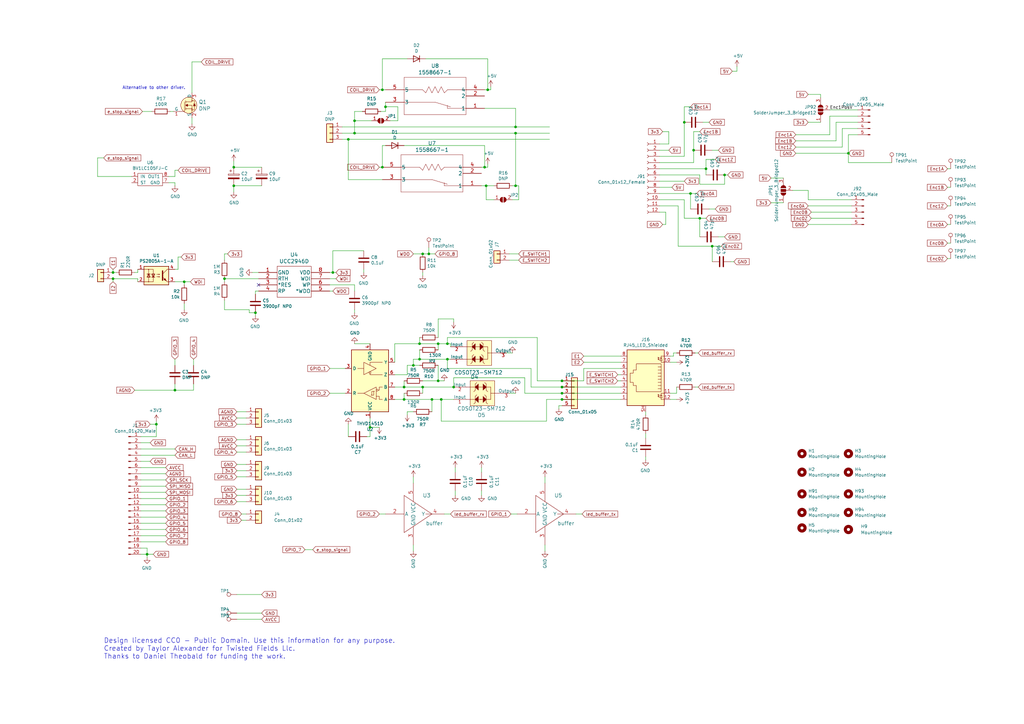
<source format=kicad_sch>
(kicad_sch (version 20210621) (generator eeschema)
  (paper "A3")
  (junction (at 75.565 115.57))
  (junction (at 172.085 140.97))
  (junction (at 151.765 175.26))
  (junction (at 284.48 61.595))
  (junction (at 156.845 36.83))
  (junction (at 186.055 158.75))
  (junction (at 177.165 163.83))
  (junction (at 173.355 104.14))
  (junction (at 95.885 76.2))
  (junction (at 280.67 50.165))
  (junction (at 145.415 49.53))
  (junction (at 60.325 227.33))
  (junction (at 71.755 160.02))
  (junction (at 104.775 128.27))
  (junction (at 230.505 158.75))
  (junction (at 175.895 104.14))
  (junction (at 64.135 173.99))
  (junction (at 145.415 54.61))
  (junction (at 46.355 111.76))
  (junction (at 180.975 163.83))
  (junction (at 156.845 68.58))
  (junction (at 173.355 158.75))
  (junction (at 289.56 69.215))
  (junction (at 211.455 54.61))
  (junction (at 347.98 62.865))
  (junction (at 183.515 140.97))
  (junction (at 230.505 161.29))
  (junction (at 46.355 114.3))
  (junction (at 95.885 68.58))
  (junction (at 287.02 89.535))
  (junction (at 297.18 71.755))
  (junction (at 292.1 100.965))
  (junction (at 199.39 76.2))
  (junction (at 136.525 111.76))
  (junction (at 200.025 36.83))
  (junction (at 158.115 43.815))
  (junction (at 169.545 149.86))
  (junction (at 165.735 158.75))
  (junction (at 92.075 114.3))
  (junction (at 179.705 156.21))
  (junction (at 165.735 163.83))
  (junction (at 211.455 76.2))
  (junction (at 230.505 156.21))
  (junction (at 183.515 147.32))
  (junction (at 211.455 52.07))
  (junction (at 198.755 68.58))
  (junction (at 230.505 163.83))
  (junction (at 142.875 57.15))
  (junction (at 179.705 140.97))
  (junction (at 172.085 147.32))
  (junction (at 283.21 79.375))
  (no_connect (at 106.045 116.84))
  (wire (pts (xy 57.785 219.71) (xy 67.945 219.71)))
  (wire (pts (xy 71.755 74.93) (xy 71.755 76.2)))
  (wire (pts (xy 223.52 195.58) (xy 223.52 198.12)))
  (wire (pts (xy 169.545 223.52) (xy 169.545 226.06)))
  (wire (pts (xy 57.785 209.55) (xy 67.945 209.55)))
  (wire (pts (xy 180.975 163.83) (xy 186.055 163.83)))
  (wire (pts (xy 200.025 67.31) (xy 200.025 68.58)))
  (wire (pts (xy 183.515 151.13) (xy 217.805 151.13)))
  (wire (pts (xy 172.085 147.32) (xy 183.515 147.32)))
  (wire (pts (xy 71.755 157.48) (xy 71.755 160.02)))
  (wire (pts (xy 71.755 147.32) (xy 71.755 149.86)))
  (wire (pts (xy 220.345 138.43) (xy 220.345 156.21)))
  (wire (pts (xy 340.36 47.625) (xy 351.79 47.625)))
  (wire (pts (xy 92.075 104.14) (xy 92.075 106.68)))
  (wire (pts (xy 200.025 36.83) (xy 198.755 36.83)))
  (wire (pts (xy 172.085 140.97) (xy 179.705 140.97)))
  (wire (pts (xy 230.505 161.29) (xy 254.635 161.29)))
  (wire (pts (xy 239.395 148.59) (xy 254.635 148.59)))
  (wire (pts (xy 174.625 24.13) (xy 200.025 24.13)))
  (wire (pts (xy 345.44 52.705) (xy 351.79 52.705)))
  (wire (pts (xy 95.885 68.58) (xy 107.315 68.58)))
  (wire (pts (xy 270.51 76.835) (xy 275.59 76.835)))
  (wire (pts (xy 198.755 59.69) (xy 198.755 68.58)))
  (wire (pts (xy 280.67 43.815) (xy 283.21 43.815)))
  (wire (pts (xy 172.085 140.97) (xy 172.085 138.43)))
  (wire (pts (xy 180.975 163.83) (xy 180.975 172.72)))
  (wire (pts (xy 136.525 119.38) (xy 135.255 119.38)))
  (wire (pts (xy 270.51 64.135) (xy 280.67 64.135)))
  (wire (pts (xy 58.42 45.72) (xy 62.23 45.72)))
  (wire (pts (xy 283.21 85.725) (xy 283.21 79.375)))
  (wire (pts (xy 332.74 86.995) (xy 349.25 86.995)))
  (wire (pts (xy 135.255 116.84) (xy 145.415 116.84)))
  (wire (pts (xy 57.785 212.09) (xy 67.945 212.09)))
  (wire (pts (xy 161.925 140.97) (xy 172.085 140.97)))
  (wire (pts (xy 142.875 57.15) (xy 142.875 73.66)))
  (wire (pts (xy 239.395 146.05) (xy 254.635 146.05)))
  (wire (pts (xy 179.705 140.97) (xy 183.515 140.97)))
  (wire (pts (xy 253.365 153.67) (xy 254.635 153.67)))
  (wire (pts (xy 173.355 161.29) (xy 173.355 158.75)))
  (wire (pts (xy 56.515 111.76) (xy 55.245 111.76)))
  (wire (pts (xy 220.345 156.21) (xy 230.505 156.21)))
  (wire (pts (xy 326.39 55.245) (xy 340.36 55.245)))
  (wire (pts (xy 285.115 158.75) (xy 286.385 158.75)))
  (wire (pts (xy 210.185 76.2) (xy 211.455 76.2)))
  (wire (pts (xy 165.735 156.21) (xy 165.735 158.75)))
  (wire (pts (xy 200.025 24.13) (xy 200.025 36.83)))
  (wire (pts (xy 198.755 68.58) (xy 197.485 68.58)))
  (wire (pts (xy 264.795 177.8) (xy 264.795 179.705)))
  (wire (pts (xy 283.21 79.375) (xy 285.75 79.375)))
  (wire (pts (xy 201.295 36.83) (xy 200.025 36.83)))
  (wire (pts (xy 287.02 89.535) (xy 289.56 89.535)))
  (wire (pts (xy 276.225 144.78) (xy 276.225 146.05)))
  (wire (pts (xy 388.62 106.045) (xy 389.89 106.045)))
  (wire (pts (xy 270.51 79.375) (xy 283.21 79.375)))
  (wire (pts (xy 64.135 173.99) (xy 61.595 173.99)))
  (wire (pts (xy 151.765 175.26) (xy 151.765 171.45)))
  (wire (pts (xy 78.74 48.26) (xy 78.74 50.8)))
  (wire (pts (xy 135.255 161.29) (xy 141.605 161.29)))
  (wire (pts (xy 99.06 210.82) (xy 100.965 210.82)))
  (wire (pts (xy 388.62 99.695) (xy 389.89 99.695)))
  (wire (pts (xy 56.515 111.76) (xy 56.515 110.49)))
  (wire (pts (xy 202.565 81.915) (xy 199.39 81.915)))
  (wire (pts (xy 199.39 81.915) (xy 199.39 76.2)))
  (wire (pts (xy 71.755 69.85) (xy 73.025 69.85)))
  (wire (pts (xy 97.155 195.58) (xy 100.965 195.58)))
  (wire (pts (xy 161.925 148.59) (xy 161.925 140.97)))
  (wire (pts (xy 56.515 114.3) (xy 56.515 115.57)))
  (wire (pts (xy 60.325 228.6) (xy 60.325 227.33)))
  (wire (pts (xy 97.155 182.88) (xy 100.965 182.88)))
  (wire (pts (xy 57.785 217.17) (xy 67.945 217.17)))
  (wire (pts (xy 211.455 76.2) (xy 212.725 76.2)))
  (wire (pts (xy 212.725 76.2) (xy 212.725 81.915)))
  (wire (pts (xy 212.725 81.915) (xy 210.185 81.915)))
  (wire (pts (xy 217.805 151.13) (xy 217.805 158.75)))
  (wire (pts (xy 57.785 214.63) (xy 67.945 214.63)))
  (wire (pts (xy 197.485 201.295) (xy 197.485 203.2)))
  (wire (pts (xy 73.025 110.49) (xy 71.755 110.49)))
  (wire (pts (xy 57.785 179.07) (xy 64.135 179.07)))
  (wire (pts (xy 97.155 173.99) (xy 100.965 173.99)))
  (wire (pts (xy 230.505 166.37) (xy 229.235 166.37)))
  (wire (pts (xy 79.375 157.48) (xy 79.375 160.02)))
  (wire (pts (xy 156.845 24.13) (xy 156.845 36.83)))
  (wire (pts (xy 270.51 69.215) (xy 289.56 69.215)))
  (wire (pts (xy 74.295 105.41) (xy 73.025 105.41)))
  (wire (pts (xy 64.135 172.72) (xy 64.135 173.99)))
  (wire (pts (xy 184.785 210.82) (xy 182.245 210.82)))
  (wire (pts (xy 280.67 89.535) (xy 287.02 89.535)))
  (wire (pts (xy 186.69 191.77) (xy 186.69 193.675)))
  (wire (pts (xy 274.32 53.975) (xy 271.78 53.975)))
  (wire (pts (xy 186.055 154.94) (xy 186.055 158.75)))
  (wire (pts (xy 64.135 179.07) (xy 64.135 173.99)))
  (wire (pts (xy 169.545 195.58) (xy 169.545 198.12)))
  (wire (pts (xy 78.74 25.4) (xy 78.74 38.1)))
  (wire (pts (xy 60.325 227.33) (xy 57.785 227.33)))
  (wire (pts (xy 211.455 54.61) (xy 211.455 76.2)))
  (wire (pts (xy 57.785 222.25) (xy 67.945 222.25)))
  (wire (pts (xy 92.075 127) (xy 102.235 127)))
  (wire (pts (xy 158.115 45.72) (xy 158.115 43.815)))
  (wire (pts (xy 158.115 43.815) (xy 158.115 41.91)))
  (wire (pts (xy 156.21 45.72) (xy 158.115 45.72)))
  (wire (pts (xy 289.56 65.405) (xy 293.37 65.405)))
  (wire (pts (xy 280.67 50.165) (xy 280.67 64.135)))
  (wire (pts (xy 345.44 60.325) (xy 345.44 52.705)))
  (wire (pts (xy 201.295 35.56) (xy 201.295 36.83)))
  (wire (pts (xy 316.23 73.025) (xy 321.31 73.025)))
  (wire (pts (xy 300.355 29.21) (xy 302.26 29.21)))
  (wire (pts (xy 302.26 29.21) (xy 302.26 27.305)))
  (wire (pts (xy 97.155 168.91) (xy 100.965 168.91)))
  (wire (pts (xy 169.545 104.14) (xy 173.355 104.14)))
  (wire (pts (xy 274.955 148.59) (xy 277.495 148.59)))
  (wire (pts (xy 155.575 175.26) (xy 151.765 175.26)))
  (wire (pts (xy 140.335 57.15) (xy 142.875 57.15)))
  (wire (pts (xy 40.005 64.77) (xy 40.005 72.39)))
  (wire (pts (xy 149.225 110.49) (xy 149.225 111.76)))
  (wire (pts (xy 239.395 151.13) (xy 254.635 151.13)))
  (wire (pts (xy 270.51 81.915) (xy 280.67 81.915)))
  (wire (pts (xy 224.155 163.83) (xy 230.505 163.83)))
  (wire (pts (xy 184.785 140.97) (xy 184.785 142.24)))
  (wire (pts (xy 135.255 114.3) (xy 137.795 114.3)))
  (wire (pts (xy 136.525 102.87) (xy 149.225 102.87)))
  (wire (pts (xy 280.67 81.915) (xy 280.67 89.535)))
  (wire (pts (xy 57.785 189.23) (xy 61.595 189.23)))
  (wire (pts (xy 95.885 76.2) (xy 107.315 76.2)))
  (wire (pts (xy 136.525 111.76) (xy 137.795 111.76)))
  (wire (pts (xy 69.215 74.93) (xy 71.755 74.93)))
  (wire (pts (xy 165.735 161.29) (xy 165.735 163.83)))
  (wire (pts (xy 238.76 210.82) (xy 236.22 210.82)))
  (wire (pts (xy 104.775 119.38) (xy 104.775 120.65)))
  (wire (pts (xy 151.765 179.07) (xy 151.765 175.26)))
  (wire (pts (xy 57.785 196.85) (xy 67.945 196.85)))
  (wire (pts (xy 347.98 66.675) (xy 347.98 62.865)))
  (wire (pts (xy 289.56 69.215) (xy 289.56 71.755)))
  (wire (pts (xy 167.005 149.86) (xy 169.545 149.86)))
  (wire (pts (xy 75.565 115.57) (xy 75.565 116.84)))
  (wire (pts (xy 95.885 66.04) (xy 95.885 68.58)))
  (wire (pts (xy 186.69 201.295) (xy 186.69 203.2)))
  (wire (pts (xy 165.735 59.69) (xy 198.755 59.69)))
  (wire (pts (xy 79.375 160.02) (xy 71.755 160.02)))
  (wire (pts (xy 135.255 151.13) (xy 141.605 151.13)))
  (wire (pts (xy 208.915 161.29) (xy 211.455 161.29)))
  (wire (pts (xy 82.55 25.4) (xy 78.74 25.4)))
  (wire (pts (xy 60.325 224.79) (xy 60.325 227.33)))
  (wire (pts (xy 290.83 85.725) (xy 293.37 85.725)))
  (wire (pts (xy 342.9 50.165) (xy 351.79 50.165)))
  (wire (pts (xy 278.13 100.965) (xy 292.1 100.965)))
  (wire (pts (xy 388.62 84.455) (xy 389.89 84.455)))
  (wire (pts (xy 273.05 86.995) (xy 273.05 92.075)))
  (wire (pts (xy 169.545 149.86) (xy 169.545 147.32)))
  (wire (pts (xy 183.515 138.43) (xy 220.345 138.43)))
  (wire (pts (xy 331.47 38.735) (xy 336.55 38.735)))
  (wire (pts (xy 73.025 105.41) (xy 73.025 110.49)))
  (wire (pts (xy 97.155 205.74) (xy 100.965 205.74)))
  (wire (pts (xy 75.565 124.46) (xy 75.565 127)))
  (wire (pts (xy 97.155 254) (xy 107.315 254)))
  (wire (pts (xy 215.265 154.94) (xy 186.055 154.94)))
  (wire (pts (xy 278.13 84.455) (xy 278.13 100.965)))
  (wire (pts (xy 183.515 147.32) (xy 184.785 147.32)))
  (wire (pts (xy 215.265 154.94) (xy 215.265 161.29)))
  (wire (pts (xy 97.155 193.04) (xy 100.965 193.04)))
  (wire (pts (xy 97.155 203.2) (xy 100.965 203.2)))
  (wire (pts (xy 93.345 104.14) (xy 92.075 104.14)))
  (wire (pts (xy 136.525 102.87) (xy 136.525 111.76)))
  (wire (pts (xy 326.39 60.325) (xy 345.44 60.325)))
  (wire (pts (xy 175.895 104.14) (xy 178.435 104.14)))
  (wire (pts (xy 173.355 104.14) (xy 175.895 104.14)))
  (wire (pts (xy 274.955 161.29) (xy 277.495 161.29)))
  (wire (pts (xy 326.39 62.865) (xy 347.98 62.865)))
  (wire (pts (xy 156.845 59.69) (xy 156.845 68.58)))
  (wire (pts (xy 79.375 147.32) (xy 79.375 149.86)))
  (wire (pts (xy 163.195 43.815) (xy 158.115 43.815)))
  (wire (pts (xy 160.02 49.53) (xy 163.195 49.53)))
  (wire (pts (xy 163.195 49.53) (xy 163.195 43.815)))
  (wire (pts (xy 186.055 132.08) (xy 186.055 130.81)))
  (wire (pts (xy 284.48 61.595) (xy 284.48 53.975)))
  (wire (pts (xy 57.785 199.39) (xy 67.945 199.39)))
  (wire (pts (xy 142.875 179.07) (xy 142.875 173.99)))
  (wire (pts (xy 365.76 66.675) (xy 347.98 66.675)))
  (wire (pts (xy 55.245 160.02) (xy 71.755 160.02)))
  (wire (pts (xy 167.005 153.67) (xy 167.005 149.86)))
  (wire (pts (xy 292.1 100.965) (xy 292.1 107.315)))
  (wire (pts (xy 217.805 158.75) (xy 230.505 158.75)))
  (wire (pts (xy 161.925 153.67) (xy 167.005 153.67)))
  (wire (pts (xy 325.12 78.105) (xy 331.47 78.105)))
  (wire (pts (xy 287.02 71.755) (xy 287.02 75.565)))
  (wire (pts (xy 284.48 53.975) (xy 287.02 53.975)))
  (wire (pts (xy 173.355 111.76) (xy 173.355 113.03)))
  (wire (pts (xy 340.36 55.245) (xy 340.36 47.625)))
  (wire (pts (xy 103.505 111.76) (xy 106.045 111.76)))
  (wire (pts (xy 167.005 168.91) (xy 167.005 170.18)))
  (wire (pts (xy 140.335 52.07) (xy 211.455 52.07)))
  (wire (pts (xy 211.455 52.07) (xy 225.425 52.07)))
  (wire (pts (xy 297.18 75.565) (xy 297.18 71.755)))
  (wire (pts (xy 42.545 64.77) (xy 40.005 64.77)))
  (wire (pts (xy 46.355 114.3) (xy 56.515 114.3)))
  (wire (pts (xy 57.785 204.47) (xy 67.945 204.47)))
  (wire (pts (xy 270.51 61.595) (xy 274.32 61.595)))
  (wire (pts (xy 60.325 227.33) (xy 62.865 227.33)))
  (wire (pts (xy 207.645 144.78) (xy 210.185 144.78)))
  (wire (pts (xy 287.02 97.155) (xy 287.02 89.535)))
  (wire (pts (xy 57.785 224.79) (xy 60.325 224.79)))
  (wire (pts (xy 332.74 89.535) (xy 349.25 89.535)))
  (wire (pts (xy 336.55 38.735) (xy 336.55 40.005)))
  (wire (pts (xy 102.235 127) (xy 102.235 128.27)))
  (wire (pts (xy 156.845 36.83) (xy 158.115 36.83)))
  (wire (pts (xy 57.785 186.69) (xy 71.755 186.69)))
  (wire (pts (xy 135.255 111.76) (xy 136.525 111.76)))
  (wire (pts (xy 179.705 143.51) (xy 179.705 140.97)))
  (wire (pts (xy 57.785 181.61) (xy 61.595 181.61)))
  (wire (pts (xy 230.505 156.21) (xy 239.395 156.21)))
  (wire (pts (xy 99.06 213.36) (xy 100.965 213.36)))
  (wire (pts (xy 179.705 138.43) (xy 179.705 130.81)))
  (wire (pts (xy 177.165 168.91) (xy 177.165 163.83)))
  (wire (pts (xy 57.785 184.15) (xy 71.755 184.15)))
  (wire (pts (xy 97.155 190.5) (xy 100.965 190.5)))
  (wire (pts (xy 230.505 163.83) (xy 254.635 163.83)))
  (wire (pts (xy 287.02 75.565) (xy 297.18 75.565)))
  (wire (pts (xy 277.495 158.75) (xy 277.495 161.29)))
  (wire (pts (xy 106.045 114.3) (xy 92.075 114.3)))
  (wire (pts (xy 388.62 76.835) (xy 389.89 76.835)))
  (wire (pts (xy 183.515 147.32) (xy 183.515 151.13)))
  (wire (pts (xy 211.455 54.61) (xy 225.425 54.61)))
  (wire (pts (xy 285.115 144.78) (xy 286.385 144.78)))
  (wire (pts (xy 57.785 194.31) (xy 67.945 194.31)))
  (wire (pts (xy 270.51 84.455) (xy 278.13 84.455)))
  (wire (pts (xy 140.335 54.61) (xy 145.415 54.61)))
  (wire (pts (xy 145.415 54.61) (xy 211.455 54.61)))
  (wire (pts (xy 173.355 156.21) (xy 179.705 156.21)))
  (wire (pts (xy 264.795 168.91) (xy 264.795 170.18)))
  (wire (pts (xy 294.64 97.155) (xy 297.18 97.155)))
  (wire (pts (xy 274.955 163.83) (xy 277.495 163.83)))
  (wire (pts (xy 46.355 111.76) (xy 47.625 111.76)))
  (wire (pts (xy 316.23 83.185) (xy 321.31 83.185)))
  (wire (pts (xy 169.545 168.91) (xy 167.005 168.91)))
  (wire (pts (xy 165.735 163.83) (xy 177.165 163.83)))
  (wire (pts (xy 151.765 140.97) (xy 145.415 140.97)))
  (wire (pts (xy 198.755 44.45) (xy 211.455 44.45)))
  (wire (pts (xy 161.925 158.75) (xy 165.735 158.75)))
  (wire (pts (xy 142.875 57.15) (xy 225.425 57.15)))
  (wire (pts (xy 208.915 104.14) (xy 212.725 104.14)))
  (wire (pts (xy 208.915 106.68) (xy 212.725 106.68)))
  (wire (pts (xy 230.505 158.75) (xy 254.635 158.75)))
  (wire (pts (xy 167.005 24.13) (xy 156.845 24.13)))
  (wire (pts (xy 326.39 57.785) (xy 342.9 57.785)))
  (wire (pts (xy 165.735 158.75) (xy 173.355 158.75)))
  (wire (pts (xy 280.67 50.165) (xy 280.67 43.815)))
  (wire (pts (xy 175.895 101.6) (xy 175.895 104.14)))
  (wire (pts (xy 125.095 225.425) (xy 128.27 225.425)))
  (wire (pts (xy 253.365 156.21) (xy 254.635 156.21)))
  (wire (pts (xy 92.075 123.19) (xy 92.075 127)))
  (wire (pts (xy 142.875 73.66) (xy 156.845 73.66)))
  (wire (pts (xy 288.29 50.165) (xy 290.83 50.165)))
  (wire (pts (xy 239.395 156.21) (xy 239.395 151.13)))
  (wire (pts (xy 229.235 166.37) (xy 229.235 167.64)))
  (wire (pts (xy 180.975 172.72) (xy 224.155 172.72)))
  (wire (pts (xy 270.51 71.755) (xy 287.02 71.755)))
  (wire (pts (xy 215.265 161.29) (xy 230.505 161.29)))
  (wire (pts (xy 274.32 59.055) (xy 274.32 53.975)))
  (wire (pts (xy 172.085 143.51) (xy 172.085 147.32)))
  (wire (pts (xy 169.545 149.86) (xy 172.085 149.86)))
  (wire (pts (xy 97.155 200.66) (xy 100.965 200.66)))
  (wire (pts (xy 270.51 66.675) (xy 284.48 66.675)))
  (wire (pts (xy 155.575 210.82) (xy 158.115 210.82)))
  (wire (pts (xy 104.775 128.27) (xy 104.775 129.54)))
  (wire (pts (xy 106.045 119.38) (xy 104.775 119.38)))
  (wire (pts (xy 97.155 251.46) (xy 107.315 251.46)))
  (wire (pts (xy 289.56 69.215) (xy 289.56 65.405)))
  (wire (pts (xy 155.575 68.58) (xy 156.845 68.58)))
  (wire (pts (xy 155.575 36.83) (xy 156.845 36.83)))
  (wire (pts (xy 273.05 92.075) (xy 271.78 92.075)))
  (wire (pts (xy 75.565 115.57) (xy 78.105 115.57)))
  (wire (pts (xy 148.59 45.72) (xy 145.415 45.72)))
  (wire (pts (xy 145.415 45.72) (xy 145.415 49.53)))
  (wire (pts (xy 145.415 49.53) (xy 145.415 54.61)))
  (wire (pts (xy 388.62 69.215) (xy 389.89 69.215)))
  (wire (pts (xy 57.785 191.77) (xy 67.945 191.77)))
  (wire (pts (xy 145.415 116.84) (xy 145.415 119.38)))
  (wire (pts (xy 150.495 179.07) (xy 151.765 179.07)))
  (wire (pts (xy 331.47 92.075) (xy 349.25 92.075)))
  (wire (pts (xy 299.72 107.315) (xy 300.99 107.315)))
  (wire (pts (xy 270.51 86.995) (xy 273.05 86.995)))
  (wire (pts (xy 57.785 207.01) (xy 67.945 207.01)))
  (wire (pts (xy 388.62 92.075) (xy 389.89 92.075)))
  (wire (pts (xy 92.075 114.3) (xy 92.075 115.57)))
  (wire (pts (xy 340.36 45.085) (xy 351.79 45.085)))
  (wire (pts (xy 331.47 78.105) (xy 331.47 81.915)))
  (wire (pts (xy 292.1 61.595) (xy 294.64 61.595)))
  (wire (pts (xy 342.9 57.785) (xy 342.9 50.165)))
  (wire (pts (xy 197.485 191.77) (xy 197.485 193.675)))
  (wire (pts (xy 97.155 243.84) (xy 107.315 243.84)))
  (wire (pts (xy 179.705 149.86) (xy 179.705 156.21)))
  (wire (pts (xy 145.415 127) (xy 145.415 128.27)))
  (wire (pts (xy 40.005 72.39) (xy 53.975 72.39)))
  (wire (pts (xy 209.55 210.82) (xy 212.09 210.82)))
  (wire (pts (xy 46.355 110.49) (xy 46.355 111.76)))
  (wire (pts (xy 95.885 76.2) (xy 95.885 78.74)))
  (wire (pts (xy 347.98 55.245) (xy 351.79 55.245)))
  (wire (pts (xy 97.155 180.34) (xy 100.965 180.34)))
  (wire (pts (xy 274.955 146.05) (xy 276.225 146.05)))
  (wire (pts (xy 270.51 74.295) (xy 280.67 74.295)))
  (wire (pts (xy 69.85 45.72) (xy 71.12 45.72)))
  (wire (pts (xy 145.415 49.53) (xy 152.4 49.53)))
  (wire (pts (xy 331.47 84.455) (xy 349.25 84.455)))
  (wire (pts (xy 179.705 156.21) (xy 182.245 156.21)))
  (wire (pts (xy 173.355 158.75) (xy 186.055 158.75)))
  (wire (pts (xy 200.025 68.58) (xy 198.755 68.58)))
  (wire (pts (xy 97.155 185.42) (xy 100.965 185.42)))
  (wire (pts (xy 199.39 76.2) (xy 202.565 76.2)))
  (wire (pts (xy 197.485 76.2) (xy 199.39 76.2)))
  (wire (pts (xy 183.515 140.97) (xy 184.785 140.97)))
  (wire (pts (xy 186.055 130.81) (xy 179.705 130.81)))
  (wire (pts (xy 284.48 61.595) (xy 284.48 66.675)))
  (wire (pts (xy 69.215 72.39) (xy 71.755 72.39)))
  (wire (pts (xy 331.47 50.165) (xy 336.55 50.165)))
  (wire (pts (xy 57.785 201.93) (xy 67.945 201.93)))
  (wire (pts (xy 277.495 144.78) (xy 276.225 144.78)))
  (wire (pts (xy 223.52 223.52) (xy 223.52 226.06)))
  (wire (pts (xy 71.755 72.39) (xy 71.755 69.85)))
  (wire (pts (xy 347.98 62.865) (xy 347.98 55.245)))
  (wire (pts (xy 224.155 172.72) (xy 224.155 163.83)))
  (wire (pts (xy 211.455 44.45) (xy 211.455 52.07)))
  (wire (pts (xy 177.165 163.83) (xy 180.975 163.83)))
  (wire (pts (xy 270.51 59.055) (xy 274.32 59.055)))
  (wire (pts (xy 297.18 71.755) (xy 298.45 71.755)))
  (wire (pts (xy 331.47 81.915) (xy 349.25 81.915)))
  (wire (pts (xy 183.515 140.97) (xy 183.515 138.43)))
  (wire (pts (xy 46.355 114.3) (xy 46.355 115.57)))
  (wire (pts (xy 161.925 163.83) (xy 165.735 163.83)))
  (wire (pts (xy 102.235 128.27) (xy 104.775 128.27)))
  (wire (pts (xy 97.155 171.45) (xy 100.965 171.45)))
  (wire (pts (xy 169.545 147.32) (xy 172.085 147.32)))
  (wire (pts (xy 292.1 100.965) (xy 295.91 100.965)))
  (wire (pts (xy 71.755 115.57) (xy 75.565 115.57)))
  (wire (pts (xy 158.115 59.69) (xy 156.845 59.69)))
  (wire (pts (xy 264.795 187.325) (xy 264.795 188.595)))
  (text "Alternative to other driver." (at 50.165 36.83 0) (effects (font (size 1.27 1.27)) (justify left bottom)))
  (text "Design licensed CC0 - Public Domain. Use this information for any purpose.\nCreated by Taylor Alexander for Twisted Fields Llc.\nThanks to Daniel Theobald for funding the work." (at 42.545 270.51 0) (effects (font (size 2.0066 2.0066)) (justify left bottom)))
  (label "Enc1PosV" (at 340.36 45.085 0))
  (global_label "GND" (shape input) (at 62.865 227.33 0) (property "Intersheet References" "${INTERSHEET_REFS}" (effects hide)))
  (global_label "GPIO_2" (shape input) (at 155.575 210.82 180) (property "Intersheet References" "${INTERSHEET_REFS}" (effects hide)))
  (global_label "5V" (shape input) (at 275.59 76.835 0) (property "Intersheet References" "${INTERSHEET_REFS}" (effects hide)))
  (global_label "E_SWITCH2" (shape input) (at 212.725 106.68 0) (property "Intersheet References" "${INTERSHEET_REFS}" (effects hide)))
  (global_label "GND" (shape input) (at 97.155 200.66 180) (property "Intersheet References" "${INTERSHEET_REFS}" (effects hide)))
  (global_label "Enc1A" (shape input) (at 283.21 43.815 0) (property "Intersheet References" "${INTERSHEET_REFS}" (effects hide)))
  (global_label "GND" (shape input) (at 300.99 107.315 0) (property "Intersheet References" "${INTERSHEET_REFS}" (effects hide)))
  (global_label "e_stop_signal" (shape input) (at 128.27 225.425 0) (property "Intersheet References" "${INTERSHEET_REFS}" (effects hide)))
  (global_label "Enc0Z" (shape input) (at 388.62 106.045 180) (property "Intersheet References" "${INTERSHEET_REFS}" (effects hide)))
  (global_label "Enc1Z" (shape input) (at 326.39 60.325 180) (property "Intersheet References" "${INTERSHEET_REFS}" (effects hide)))
  (global_label "3v3" (shape input) (at 137.795 111.76 0) (property "Intersheet References" "${INTERSHEET_REFS}" (effects hide)))
  (global_label "COIL_DRIVE" (shape input) (at 73.025 69.85 0) (property "Intersheet References" "${INTERSHEET_REFS}" (effects hide)))
  (global_label "GPIO_8" (shape input) (at 178.435 104.14 0) (property "Intersheet References" "${INTERSHEET_REFS}" (effects hide)))
  (global_label "3v3" (shape input) (at 74.295 105.41 0) (property "Intersheet References" "${INTERSHEET_REFS}" (effects hide)))
  (global_label "3v3" (shape input) (at 61.595 173.99 180) (property "Intersheet References" "${INTERSHEET_REFS}" (effects hide)))
  (global_label "AVCC" (shape input) (at 67.945 191.77 0) (property "Intersheet References" "${INTERSHEET_REFS}" (effects hide)))
  (global_label "WDO" (shape input) (at 169.545 104.14 180) (property "Intersheet References" "${INTERSHEET_REFS}" (effects hide)))
  (global_label "GND" (shape input) (at 107.315 251.46 0) (property "Intersheet References" "${INTERSHEET_REFS}" (effects hide)))
  (global_label "CAN_H" (shape input) (at 71.755 184.15 0) (property "Intersheet References" "${INTERSHEET_REFS}" (effects hide)))
  (global_label "GPIO_3" (shape input) (at 71.755 147.32 90) (property "Intersheet References" "${INTERSHEET_REFS}" (effects hide)))
  (global_label "GPIO_1" (shape input) (at 67.945 204.47 0) (property "Intersheet References" "${INTERSHEET_REFS}" (effects hide)))
  (global_label "GPIO_5" (shape input) (at 67.945 214.63 0) (property "Intersheet References" "${INTERSHEET_REFS}" (effects hide)))
  (global_label "GPIO_3" (shape input) (at 97.155 173.99 180) (property "Intersheet References" "${INTERSHEET_REFS}" (effects hide)))
  (global_label "GND" (shape input) (at 347.98 62.865 0) (property "Intersheet References" "${INTERSHEET_REFS}" (effects hide)))
  (global_label "SPI_SCK" (shape input) (at 67.945 196.85 0) (property "Intersheet References" "${INTERSHEET_REFS}" (effects hide)))
  (global_label "GPIO_5" (shape input) (at 97.155 195.58 180) (property "Intersheet References" "${INTERSHEET_REFS}" (effects hide)))
  (global_label "Enc0Z" (shape input) (at 295.91 100.965 0) (property "Intersheet References" "${INTERSHEET_REFS}" (effects hide)))
  (global_label "GPIO_4" (shape input) (at 79.375 147.32 90) (property "Intersheet References" "${INTERSHEET_REFS}" (effects hide)))
  (global_label "GND" (shape input) (at 97.155 190.5 180) (property "Intersheet References" "${INTERSHEET_REFS}" (effects hide)))
  (global_label "GND" (shape input) (at 298.45 71.755 0) (property "Intersheet References" "${INTERSHEET_REFS}" (effects hide)))
  (global_label "E_SWITCH2" (shape input) (at 253.365 156.21 180) (property "Intersheet References" "${INTERSHEET_REFS}" (effects hide)))
  (global_label "3v3" (shape input) (at 97.155 193.04 180) (property "Intersheet References" "${INTERSHEET_REFS}" (effects hide)))
  (global_label "Enc0B" (shape input) (at 289.56 89.535 0) (property "Intersheet References" "${INTERSHEET_REFS}" (effects hide)))
  (global_label "GND" (shape input) (at 271.78 92.075 180) (property "Intersheet References" "${INTERSHEET_REFS}" (effects hide)))
  (global_label "GND" (shape input) (at 326.39 62.865 180) (property "Intersheet References" "${INTERSHEET_REFS}" (effects hide)))
  (global_label "Enc0A" (shape input) (at 388.62 92.075 180) (property "Intersheet References" "${INTERSHEET_REFS}" (effects hide)))
  (global_label "AVCC" (shape input) (at 107.315 254 0) (property "Intersheet References" "${INTERSHEET_REFS}" (effects hide)))
  (global_label "E2" (shape input) (at 46.355 115.57 270) (property "Intersheet References" "${INTERSHEET_REFS}" (effects hide)))
  (global_label "3v3" (shape input) (at 99.06 213.36 180) (property "Intersheet References" "${INTERSHEET_REFS}" (effects hide)))
  (global_label "Enc0B" (shape input) (at 388.62 99.695 180) (property "Intersheet References" "${INTERSHEET_REFS}" (effects hide)))
  (global_label "Enc0A" (shape input) (at 285.75 79.375 0) (property "Intersheet References" "${INTERSHEET_REFS}" (effects hide)))
  (global_label "3v3" (shape input) (at 280.67 74.295 0) (property "Intersheet References" "${INTERSHEET_REFS}" (effects hide)))
  (global_label "WDO" (shape input) (at 136.525 119.38 0) (property "Intersheet References" "${INTERSHEET_REFS}" (effects hide)))
  (global_label "SPI_MOSI" (shape input) (at 67.945 201.93 0) (property "Intersheet References" "${INTERSHEET_REFS}" (effects hide)))
  (global_label "e_stop_signal" (shape input) (at 58.42 45.72 180) (property "Intersheet References" "${INTERSHEET_REFS}" (effects hide)))
  (global_label "Enc0B" (shape input) (at 332.74 86.995 180) (property "Intersheet References" "${INTERSHEET_REFS}" (effects hide)))
  (global_label "GND" (shape input) (at 331.47 92.075 180) (property "Intersheet References" "${INTERSHEET_REFS}" (effects hide)))
  (global_label "GPIO_2" (shape input) (at 67.945 207.01 0) (property "Intersheet References" "${INTERSHEET_REFS}" (effects hide)))
  (global_label "AVCC" (shape input) (at 97.155 171.45 180) (property "Intersheet References" "${INTERSHEET_REFS}" (effects hide)))
  (global_label "GND" (shape input) (at 61.595 189.23 0) (property "Intersheet References" "${INTERSHEET_REFS}" (effects hide)))
  (global_label "Enc1A" (shape input) (at 388.62 69.215 180) (property "Intersheet References" "${INTERSHEET_REFS}" (effects hide)))
  (global_label "led_buffer_tx" (shape input) (at 238.76 210.82 0) (property "Intersheet References" "${INTERSHEET_REFS}" (effects hide)))
  (global_label "5V" (shape input) (at 331.47 38.735 180) (property "Intersheet References" "${INTERSHEET_REFS}" (effects hide)))
  (global_label "GND" (shape input) (at 290.83 50.165 0) (property "Intersheet References" "${INTERSHEET_REFS}" (effects hide)))
  (global_label "Enc1Z" (shape input) (at 388.62 84.455 180) (property "Intersheet References" "${INTERSHEET_REFS}" (effects hide)))
  (global_label "CAN_L" (shape input) (at 71.755 186.69 0) (property "Intersheet References" "${INTERSHEET_REFS}" (effects hide)))
  (global_label "E_SWITCH1" (shape input) (at 253.365 153.67 180) (property "Intersheet References" "${INTERSHEET_REFS}" (effects hide)))
  (global_label "E_SWITCH1" (shape input) (at 212.725 104.14 0) (property "Intersheet References" "${INTERSHEET_REFS}" (effects hide)))
  (global_label "GPIO_6" (shape input) (at 97.155 205.74 180) (property "Intersheet References" "${INTERSHEET_REFS}" (effects hide)))
  (global_label "AGND" (shape input) (at 97.155 180.34 180) (property "Intersheet References" "${INTERSHEET_REFS}" (effects hide)))
  (global_label "5V" (shape input) (at 274.32 61.595 0) (property "Intersheet References" "${INTERSHEET_REFS}" (effects hide)))
  (global_label "3v3" (shape input) (at 107.315 243.84 0) (property "Intersheet References" "${INTERSHEET_REFS}" (effects hide)))
  (global_label "Enc1B" (shape input) (at 326.39 57.785 180) (property "Intersheet References" "${INTERSHEET_REFS}" (effects hide)))
  (global_label "3v3" (shape input) (at 97.155 203.2 180) (property "Intersheet References" "${INTERSHEET_REFS}" (effects hide)))
  (global_label "GPIO_7" (shape input) (at 67.945 219.71 0) (property "Intersheet References" "${INTERSHEET_REFS}" (effects hide)))
  (global_label "GPIO_3" (shape input) (at 67.945 209.55 0) (property "Intersheet References" "${INTERSHEET_REFS}" (effects hide)))
  (global_label "led_buffer_rx" (shape input) (at 286.385 144.78 0) (property "Intersheet References" "${INTERSHEET_REFS}" (effects hide)))
  (global_label "GPIO_1" (shape input) (at 209.55 210.82 180) (property "Intersheet References" "${INTERSHEET_REFS}" (effects hide)))
  (global_label "COIL_DRIVE" (shape input) (at 155.575 68.58 180) (property "Intersheet References" "${INTERSHEET_REFS}" (effects hide)))
  (global_label "GPIO_8" (shape input) (at 67.945 222.25 0) (property "Intersheet References" "${INTERSHEET_REFS}" (effects hide)))
  (global_label "E1" (shape input) (at 46.355 110.49 90) (property "Intersheet References" "${INTERSHEET_REFS}" (effects hide)))
  (global_label "GPIO_8" (shape input) (at 99.06 210.82 180) (property "Intersheet References" "${INTERSHEET_REFS}" (effects hide)))
  (global_label "AGND" (shape input) (at 55.245 160.02 180) (property "Intersheet References" "${INTERSHEET_REFS}" (effects hide)))
  (global_label "Enc1Z" (shape input) (at 293.37 65.405 0) (property "Intersheet References" "${INTERSHEET_REFS}" (effects hide)))
  (global_label "GND" (shape input) (at 293.37 85.725 0) (property "Intersheet References" "${INTERSHEET_REFS}" (effects hide)))
  (global_label "AVCC" (shape input) (at 97.155 182.88 180) (property "Intersheet References" "${INTERSHEET_REFS}" (effects hide)))
  (global_label "AGND" (shape input) (at 97.155 168.91 180) (property "Intersheet References" "${INTERSHEET_REFS}" (effects hide)))
  (global_label "COIL_DRIVE" (shape input) (at 155.575 36.83 180) (property "Intersheet References" "${INTERSHEET_REFS}" (effects hide)))
  (global_label "WDI" (shape input) (at 137.795 114.3 0) (property "Intersheet References" "${INTERSHEET_REFS}" (effects hide)))
  (global_label "3v3" (shape input) (at 93.345 104.14 0) (property "Intersheet References" "${INTERSHEET_REFS}" (effects hide)))
  (global_label "3v3" (shape input) (at 271.78 53.975 180) (property "Intersheet References" "${INTERSHEET_REFS}" (effects hide)))
  (global_label "Enc0Z" (shape input) (at 332.74 89.535 180) (property "Intersheet References" "${INTERSHEET_REFS}" (effects hide)))
  (global_label "Enc1B" (shape input) (at 287.02 53.975 0) (property "Intersheet References" "${INTERSHEET_REFS}" (effects hide)))
  (global_label "GND" (shape input) (at 61.595 181.61 0) (property "Intersheet References" "${INTERSHEET_REFS}" (effects hide)))
  (global_label "E2" (shape input) (at 239.395 148.59 180) (property "Intersheet References" "${INTERSHEET_REFS}" (effects hide)))
  (global_label "GND" (shape input) (at 297.18 97.155 0) (property "Intersheet References" "${INTERSHEET_REFS}" (effects hide)))
  (global_label "5V" (shape input) (at 316.23 73.025 180) (property "Intersheet References" "${INTERSHEET_REFS}" (effects hide)))
  (global_label "Enc0A" (shape input) (at 331.47 84.455 180) (property "Intersheet References" "${INTERSHEET_REFS}" (effects hide)))
  (global_label "Enc1B" (shape input) (at 388.62 76.835 180) (property "Intersheet References" "${INTERSHEET_REFS}" (effects hide)))
  (global_label "AGND" (shape input) (at 67.945 194.31 0) (property "Intersheet References" "${INTERSHEET_REFS}" (effects hide)))
  (global_label "GPIO_4" (shape input) (at 67.945 212.09 0) (property "Intersheet References" "${INTERSHEET_REFS}" (effects hide)))
  (global_label "3v3" (shape input) (at 316.23 83.185 180) (property "Intersheet References" "${INTERSHEET_REFS}" (effects hide)))
  (global_label "GPIO_6" (shape input) (at 67.945 217.17 0) (property "Intersheet References" "${INTERSHEET_REFS}" (effects hide)))
  (global_label "COIL_DRIVE" (shape input) (at 82.55 25.4 0) (property "Intersheet References" "${INTERSHEET_REFS}" (effects hide)))
  (global_label "SPI_MISO" (shape input) (at 67.945 199.39 0) (property "Intersheet References" "${INTERSHEET_REFS}" (effects hide)))
  (global_label "GPIO_4" (shape input) (at 97.155 185.42 180) (property "Intersheet References" "${INTERSHEET_REFS}" (effects hide)))
  (global_label "led_buffer_rx" (shape input) (at 184.785 210.82 0) (property "Intersheet References" "${INTERSHEET_REFS}" (effects hide)))
  (global_label "WDI" (shape input) (at 78.105 115.57 0) (property "Intersheet References" "${INTERSHEET_REFS}" (effects hide)))
  (global_label "Enc1A" (shape input) (at 326.39 55.245 180) (property "Intersheet References" "${INTERSHEET_REFS}" (effects hide)))
  (global_label "GND" (shape input) (at 294.64 61.595 0) (property "Intersheet References" "${INTERSHEET_REFS}" (effects hide)))
  (global_label "3v3" (shape input) (at 331.47 50.165 180) (property "Intersheet References" "${INTERSHEET_REFS}" (effects hide)))
  (global_label "GPIO_1" (shape input) (at 135.255 151.13 180) (property "Intersheet References" "${INTERSHEET_REFS}" (effects hide)))
  (global_label "5V" (shape input) (at 300.355 29.21 180) (property "Intersheet References" "${INTERSHEET_REFS}" (effects hide)))
  (global_label "led_buffer_tx" (shape input) (at 286.385 158.75 0) (property "Intersheet References" "${INTERSHEET_REFS}" (effects hide)))
  (global_label "e_stop_signal" (shape input) (at 42.545 64.77 0) (property "Intersheet References" "${INTERSHEET_REFS}" (effects hide)))
  (global_label "E1" (shape input) (at 239.395 146.05 180) (property "Intersheet References" "${INTERSHEET_REFS}" (effects hide)))
  (global_label "GPIO_2" (shape input) (at 135.255 161.29 180) (property "Intersheet References" "${INTERSHEET_REFS}" (effects hide)))
  (global_label "GPIO_7" (shape input) (at 125.095 225.425 180) (property "Intersheet References" "${INTERSHEET_REFS}" (effects hide)))
  (symbol (lib_id "Mechanical:MountingHole") (at 328.93 186.055 0) (unit 1) (in_bom no)
    (property "Reference" "H1" (at 331.47 184.8866 0) (effects (justify left)))
    (property "Value" "MountingHole" (at 331.47 187.198 0) (effects (justify left)))
    (property "Footprint" "MountingHole:MountingHole_3.2mm_M3" (effects hide))
  )
  (symbol (lib_id "Mechanical:MountingHole") (at 347.98 186.055 0) (unit 1) (in_bom no)
    (property "Reference" "H3" (at 350.52 184.8866 0) (effects (justify left)))
    (property "Value" "MountingHole" (at 350.52 187.198 0) (effects (justify left)))
    (property "Footprint" "MountingHole:MountingHole_3.2mm_M3" (effects hide))
  )
  (symbol (lib_id "Mechanical:MountingHole") (at 328.93 193.675 0) (unit 1) (in_bom no)
    (property "Reference" "H2" (at 331.47 192.5066 0) (effects (justify left)))
    (property "Value" "MountingHole" (at 331.47 194.818 0) (effects (justify left)))
    (property "Footprint" "MountingHole:MountingHole_3.2mm_M3" (effects hide))
  )
  (symbol (lib_id "Mechanical:MountingHole") (at 347.98 193.675 0) (unit 1) (in_bom no)
    (property "Reference" "H4" (at 350.52 192.5066 0) (effects (justify left)))
    (property "Value" "MountingHole" (at 350.52 194.818 0) (effects (justify left)))
    (property "Footprint" "MountingHole:MountingHole_3.2mm_M3" (effects hide))
  )
  (symbol (lib_id "Connector:Conn_01x20_Male") (at 52.705 201.93 0) (unit 1)
    (property "Reference" "J1" (at 55.4482 174.4726 0))
    (property "Value" "Conn_01x20_Male" (at 55.4482 176.784 0))
    (property "Footprint" "Connector_PinHeader_2.54mm:PinHeader_1x20_P2.54mm_Vertical" (effects hide))
    (property "Digikey" "900-0022284205-ND" (effects hide))
  )
  (symbol (lib_id "Device:R") (at 51.435 111.76 90) (unit 1)
    (property "Reference" "R1" (at 50.2666 109.982 0) (effects (justify left)))
    (property "Value" "220R" (at 52.578 109.982 0) (effects (justify left)))
    (property "Footprint" "Resistor_SMD:R_0805_2012Metric" (effects hide))
    (property "Digikey" "A129741CT-ND" (effects hide))
  )
  (symbol (lib_id "Connector_Generic:Conn_01x03") (at 106.045 171.45 0) (unit 1)
    (property "Reference" "J5" (at 108.077 170.3832 0) (effects (justify left)))
    (property "Value" "Conn_01x03" (at 108.077 172.6946 0) (effects (justify left)))
    (property "Footprint" "Connector_Molex:Molex_KK-254_AE-6410-03A_1x03_P2.54mm_Vertical" (effects hide))
    (property "Digikey" "WM4201-ND" (effects hide))
  )
  (symbol (lib_id "Connector_Generic:Conn_01x03") (at 106.045 182.88 0) (unit 1)
    (property "Reference" "J6" (at 108.077 181.8132 0) (effects (justify left)))
    (property "Value" "Conn_01x03" (at 108.077 184.1246 0) (effects (justify left)))
    (property "Footprint" "Connector_Molex:Molex_KK-254_AE-6410-03A_1x03_P2.54mm_Vertical" (effects hide))
    (property "Digikey" "WM4201-ND" (effects hide))
  )
  (symbol (lib_id "Connector_Generic:Conn_01x03") (at 106.045 193.04 0) (unit 1)
    (property "Reference" "J9" (at 108.077 191.9732 0) (effects (justify left)))
    (property "Value" "Conn_01x03" (at 108.077 194.2846 0) (effects (justify left)))
    (property "Footprint" "Connector_Molex:Molex_KK-254_AE-6410-03A_1x03_P2.54mm_Vertical" (effects hide))
    (property "Digikey" "WM4201-ND" (effects hide))
  )
  (symbol (lib_id "Connector_Generic:Conn_01x03") (at 106.045 203.2 0) (unit 1)
    (property "Reference" "J10" (at 108.077 202.1332 0) (effects (justify left)))
    (property "Value" "Conn_01x03" (at 108.077 204.4446 0) (effects (justify left)))
    (property "Footprint" "Connector_Molex:Molex_KK-254_AE-6410-03A_1x03_P2.54mm_Vertical" (effects hide))
    (property "Digikey" "WM4201-ND" (effects hide))
  )
  (symbol (lib_id "Connector:TestPoint") (at 97.155 243.84 90) (unit 1)
    (property "Reference" "TP1" (at 94.107 242.3668 90) (effects (justify left)))
    (property "Value" "TestPoint" (effects hide))
    (property "Footprint" "TestPoint:TestPoint_Keystone_5015_Micro-Minature" (effects hide))
  )
  (symbol (lib_id "Connector:TestPoint") (at 97.155 251.46 90) (unit 1)
    (property "Reference" "TP4" (at 94.107 249.9868 90) (effects (justify left)))
    (property "Value" "TestPoint" (effects hide))
    (property "Footprint" "TestPoint:TestPoint_Keystone_5015_Micro-Minature" (effects hide))
  )
  (symbol (lib_id "Connector:TestPoint") (at 97.155 254 90) (unit 1)
    (property "Reference" "TP5" (at 94.107 252.5268 90) (effects (justify left)))
    (property "Value" "TestPoint" (effects hide))
    (property "Footprint" "TestPoint:TestPoint_Keystone_5015_Micro-Minature" (effects hide))
  )
  (symbol (lib_id "Device:C") (at 71.755 153.67 0) (unit 1)
    (property "Reference" "C3" (at 74.676 152.5016 0) (effects (justify left)))
    (property "Value" "DNP" (at 74.676 154.813 0) (effects (justify left)))
    (property "Footprint" "Capacitor_SMD:C_0805_2012Metric" (effects hide))
  )
  (symbol (lib_id "Device:C") (at 79.375 153.67 0) (unit 1)
    (property "Reference" "C4" (at 82.296 152.5016 0) (effects (justify left)))
    (property "Value" "DNP" (at 82.296 154.813 0) (effects (justify left)))
    (property "Footprint" "Capacitor_SMD:C_0805_2012Metric" (effects hide))
  )
  (symbol (lib_id "Connector_Generic:Conn_01x02") (at 41.275 111.76 0) (mirror y) (unit 1)
    (property "Reference" "J2" (at 37.465 113.03 0))
    (property "Value" "DNP" (at 41.275 108.585 0))
    (property "Footprint" "Connector_Molex:Molex_KK-254_AE-6410-02A_1x02_P2.54mm_Vertical" (effects hide))
    (property "Digikey" "900-0022232021-ND" (effects hide))
  )
  (symbol (lib_id "Isolator:EL814") (at 64.135 113.03 0) (unit 1)
    (property "Reference" "U1" (at 64.135 104.775 0))
    (property "Value" "PS2805A-1-A" (at 64.135 107.0864 0))
    (property "Footprint" "Package_SO:SOP-4_4.4x2.6mm_P1.27mm" (effects hide))
    (property "Datasheet" "http://www.everlight.com/file/ProductFile/EL814.pdf" (effects hide))
    (property "Digikey" "559-1105-ND" (effects hide))
  )
  (symbol (lib_id "Device:R") (at 75.565 120.65 0) (mirror y) (unit 1)
    (property "Reference" "R2" (at 73.787 119.4816 0) (effects (justify left)))
    (property "Value" "10k" (at 73.787 121.793 0) (effects (justify left)))
    (property "Footprint" "Resistor_SMD:R_0805_2012Metric" (effects hide))
    (property "Digikey" "311-10.0KCRCT-ND" (effects hide))
  )
  (symbol (lib_id "odrive_aux_interface-rescue:UCC2946D-2020-05-28_05-11-16") (at 120.015 114.3 0) (unit 1)
    (property "Reference" "U4" (at 120.65 104.4702 0) (effects (font (size 1.524 1.524))))
    (property "Value" "UCC2946D" (at 120.65 107.1626 0) (effects (font (size 1.524 1.524))))
    (property "Footprint" "Package_SO:SO-8_3.9x4.9mm_P1.27mm" (effects hide))
    (property "Digikey" "296-2645-5-ND" (effects hide))
  )
  (symbol (lib_id "power:GND") (at 103.505 111.76 270) (mirror x) (unit 1)
    (property "Reference" "#PWR0101" (effects hide))
    (property "Value" "GND" (at 99.1108 111.633 0))
  )
  (symbol (lib_id "power:GND") (at 145.415 140.97 0) (mirror x) (unit 1)
    (property "Reference" "#PWR06" (effects hide))
    (property "Value" "GND" (at 145.542 136.5758 0))
  )
  (symbol (lib_id "power:+3.3V") (at 155.575 175.26 0) (mirror x) (unit 1)
    (property "Reference" "#PWR07" (effects hide))
    (property "Value" "+3.3V" (at 155.956 179.6542 0))
  )
  (symbol (lib_id "Device:C") (at 146.685 179.07 270) (mirror x) (unit 1)
    (property "Reference" "C7" (at 146.685 185.4708 90))
    (property "Value" "0.1uF" (at 146.685 183.1594 90))
    (property "Footprint" "Capacitor_SMD:C_0805_2012Metric" (effects hide))
    (property "Digikey" "311-1361-1-ND" (effects hide))
  )
  (symbol (lib_id "power:GND") (at 142.875 173.99 0) (mirror x) (unit 1)
    (property "Reference" "#PWR05" (effects hide))
    (property "Value" "GND" (at 143.002 169.5958 0))
  )
  (symbol (lib_id "Connector_Generic:Conn_01x05") (at 235.585 161.29 0) (unit 1)
    (property "Reference" "J15" (at 231.775 153.67 0) (effects (justify left)))
    (property "Value" "Conn_01x05" (at 233.045 168.91 0) (effects (justify left)))
    (property "Footprint" "Connector_Molex:Molex_KK-254_AE-6410-05A_1x05_P2.54mm_Vertical" (effects hide))
    (property "Digikey" "WM2703-ND" (effects hide))
  )
  (symbol (lib_id "power:GND") (at 229.235 167.64 0) (unit 1)
    (property "Reference" "#PWR013" (effects hide))
    (property "Value" "GND" (at 229.362 172.0342 0))
  )
  (symbol (lib_id "Device:R") (at 173.355 168.91 270) (mirror x) (unit 1)
    (property "Reference" "R7" (at 173.355 174.1678 90))
    (property "Value" "750R" (at 173.355 171.8564 90))
    (property "Footprint" "Resistor_SMD:R_0805_2012Metric" (effects hide))
    (property "Digikey" "RMCF0805FT750RCT-ND" (effects hide))
  )
  (symbol (lib_id "Device:R") (at 169.545 161.29 270) (mirror x) (unit 1)
    (property "Reference" "R6" (at 169.545 166.5478 90))
    (property "Value" "130R" (at 169.545 164.2364 90) (effects (justify bottom)))
    (property "Footprint" "Resistor_SMD:R_0805_2012Metric" (effects hide))
    (property "Digikey" "RMCF0805FT130RCT-ND" (effects hide))
  )
  (symbol (lib_id "Device:R") (at 169.545 156.21 270) (unit 1)
    (property "Reference" "R5" (at 169.545 150.9522 90) (effects (justify top)))
    (property "Value" "750R" (at 169.545 153.2636 90) (effects (justify top)))
    (property "Footprint" "Resistor_SMD:R_0805_2012Metric" (effects hide))
    (property "Digikey" "RMCF0805FT750RCT-ND" (effects hide))
  )
  (symbol (lib_id "Device:R") (at 175.895 149.86 270) (mirror x) (unit 1)
    (property "Reference" "R10" (at 175.895 155.1178 90) (effects (justify top)))
    (property "Value" "750R" (at 175.895 152.8064 90) (effects (justify top)))
    (property "Footprint" "Resistor_SMD:R_0805_2012Metric" (effects hide))
    (property "Digikey" "RMCF0805FT750RCT-ND" (effects hide))
  )
  (symbol (lib_id "Device:R") (at 175.895 138.43 270) (unit 1)
    (property "Reference" "R8" (at 175.895 133.1722 90))
    (property "Value" "750R" (at 175.895 135.4836 90))
    (property "Footprint" "Resistor_SMD:R_0805_2012Metric" (effects hide))
    (property "Digikey" "RMCF0805FT750RCT-ND" (effects hide))
  )
  (symbol (lib_id "power:+3.3V") (at 167.005 170.18 0) (mirror x) (unit 1)
    (property "Reference" "#PWR08" (effects hide))
    (property "Value" "+3.3V" (at 167.386 174.5742 0))
  )
  (symbol (lib_id "power:GND") (at 211.455 161.29 0) (mirror x) (unit 1)
    (property "Reference" "#PWR012" (effects hide))
    (property "Value" "GND" (at 211.582 156.8958 0))
  )
  (symbol (lib_id "odrive_aux_interface-rescue:CDSOT23-SM712-dk_TVS-Diodes") (at 198.755 161.29 0) (mirror x) (unit 1)
    (property "Reference" "D5" (at 197.485 171.1198 0) (effects (font (size 1.524 1.524)) (justify top)))
    (property "Value" "CDSOT23-SM712" (at 197.485 168.4274 0) (effects (font (size 1.524 1.524)) (justify top)))
    (property "Footprint" "digikey-footprints:SOT-23-3" (effects hide))
    (property "Datasheet" "https://www.bourns.com/docs/Product-Datasheets/CDSOT23-SM712.pdf" (effects hide))
    (property "Digikey" "CDSOT23-SM712CT-ND" (effects hide))
    (property "MPN" "CDSOT23-SM712" (effects hide))
    (property "Category" "Circuit Protection" (effects hide))
    (property "Family" "TVS - Diodes" (effects hide))
    (property "DK_Datasheet_Link" "https://www.bourns.com/docs/Product-Datasheets/CDSOT23-SM712.pdf" (effects hide))
    (property "DK_Detail_Page" "/product-detail/en/bourns-inc/CDSOT23-SM712/CDSOT23-SM712CT-ND/1630607" (effects hide))
    (property "Description" "TVS DIODE 7V/12V 14V/26V SOT23-3" (effects hide))
    (property "Manufacturer" "Bourns Inc." (effects hide))
    (property "Status" "Active" (effects hide))
  )
  (symbol (lib_id "power:GND") (at 182.245 156.21 0) (mirror x) (unit 1)
    (property "Reference" "#PWR09" (effects hide))
    (property "Value" "GND" (at 182.372 151.8158 0))
  )
  (symbol (lib_id "odrive_aux_interface-rescue:CDSOT23-SM712-dk_TVS-Diodes") (at 197.485 144.78 0) (mirror x) (unit 1)
    (property "Reference" "D4" (at 196.215 154.6098 0) (effects (font (size 1.524 1.524)) (justify right)))
    (property "Value" "CDSOT23-SM712" (at 196.215 151.9174 0) (effects (font (size 1.524 1.524)) (justify bottom)))
    (property "Footprint" "digikey-footprints:SOT-23-3" (effects hide))
    (property "Datasheet" "https://www.bourns.com/docs/Product-Datasheets/CDSOT23-SM712.pdf" (effects hide))
    (property "Digikey" "CDSOT23-SM712CT-ND" (effects hide))
    (property "MPN" "CDSOT23-SM712" (effects hide))
    (property "Description" "TVS DIODE 7V/12V 14V/26V SOT23-3" (effects hide))
    (property "Digikey_alt" "846-ESD16VHYFHT116CT-ND" (effects hide))
  )
  (symbol (lib_id "power:+3.3V") (at 186.055 132.08 0) (mirror x) (unit 1)
    (property "Reference" "#PWR010" (effects hide))
    (property "Value" "+3.3V" (at 186.436 136.4742 0))
  )
  (symbol (lib_id "power:GND") (at 210.185 144.78 0) (mirror x) (unit 1)
    (property "Reference" "#PWR011" (effects hide))
    (property "Value" "GND" (at 210.312 140.3858 0))
  )
  (symbol (lib_id "Device:R") (at 175.895 143.51 270) (mirror x) (unit 1)
    (property "Reference" "R9" (at 175.895 148.7678 90) (effects (justify left top)))
    (property "Value" "130R" (at 175.895 146.4564 90) (effects (justify left top)))
    (property "Footprint" "Resistor_SMD:R_0805_2012Metric" (effects hide))
    (property "Digikey" "RMCF0805FT130RCT-ND" (effects hide))
  )
  (symbol (lib_id "Interface_UART:THVD1451D") (at 151.765 156.21 0) (mirror x) (unit 1)
    (property "Reference" "U2" (at 151.765 176.0474 0))
    (property "Value" "THVD1451D" (at 151.765 173.736 0))
    (property "Footprint" "Package_SO:SOIC-8_3.9x4.9mm_P1.27mm" (effects hide))
    (property "Datasheet" "http://www.ti.com/lit/ds/symlink/thvd1451.pdf" (effects hide))
    (property "Digikey" "MAX3490EESA+CT-ND" (effects hide))
  )
  (symbol (lib_id "Device:C") (at 104.775 124.46 0) (unit 1)
    (property "Reference" "C5" (at 107.696 123.2916 0) (effects (justify left)))
    (property "Value" "3900pF NP0" (at 107.696 125.603 0) (effects (justify left)))
    (property "Footprint" "Capacitor_SMD:C_0805_2012Metric" (effects hide))
    (property "Digikey" "490-6387-1-ND" (effects hide))
  )
  (symbol (lib_id "power:GND") (at 104.775 129.54 0) (mirror y) (unit 1)
    (property "Reference" "#PWR0102" (effects hide))
    (property "Value" "GND" (at 104.648 133.9342 0))
  )
  (symbol (lib_id "Device:C") (at 149.225 106.68 0) (unit 1)
    (property "Reference" "C8" (at 152.146 105.5116 0) (effects (justify left)))
    (property "Value" "0.1uF" (at 152.146 107.823 0) (effects (justify left)))
    (property "Footprint" "Capacitor_SMD:C_0805_2012Metric" (effects hide))
    (property "Digikey" "311-1361-1-ND" (effects hide))
  )
  (symbol (lib_id "power:GND") (at 149.225 111.76 0) (mirror y) (unit 1)
    (property "Reference" "#PWR0103" (effects hide))
    (property "Value" "GND" (at 149.098 116.1542 0))
  )
  (symbol (lib_id "power:GND") (at 60.325 228.6 0) (mirror y) (unit 1)
    (property "Reference" "#PWR01" (effects hide))
    (property "Value" "GND" (at 60.198 232.9942 0))
  )
  (symbol (lib_id "Device:R") (at 92.075 110.49 180) (unit 1)
    (property "Reference" "R3" (at 90.297 111.6584 0) (effects (justify left)))
    (property "Value" "1M" (at 90.297 109.347 0) (effects (justify left)))
    (property "Footprint" "Resistor_SMD:R_0805_2012Metric" (effects hide))
    (property "Digikey" "311-1.00MCRCT-ND" (effects hide))
  )
  (symbol (lib_id "Device:R") (at 92.075 119.38 180) (unit 1)
    (property "Reference" "R4" (at 90.297 120.5484 0) (effects (justify left)))
    (property "Value" "1M" (at 90.297 118.237 0) (effects (justify left)))
    (property "Footprint" "Resistor_SMD:R_0805_2012Metric" (effects hide))
    (property "Digikey" "311-1.00MCRCT-ND" (effects hide))
  )
  (symbol (lib_id "Device:R") (at 173.355 107.95 0) (unit 1)
    (property "Reference" "R11" (at 175.133 106.7816 0) (effects (justify left)))
    (property "Value" "10k" (at 175.133 109.093 0) (effects (justify left)))
    (property "Footprint" "Resistor_SMD:R_0805_2012Metric" (effects hide))
    (property "Digikey" "311-10.0KCRCT-ND" (effects hide))
  )
  (symbol (lib_id "Device:C") (at 145.415 123.19 0) (unit 1)
    (property "Reference" "C6" (at 148.336 122.0216 0) (effects (justify left)))
    (property "Value" "3900pF NP0" (at 148.336 124.333 0) (effects (justify left)))
    (property "Footprint" "Capacitor_SMD:C_0805_2012Metric" (effects hide))
    (property "Digikey" "490-6387-1-ND" (effects hide))
  )
  (symbol (lib_id "power:GND") (at 145.415 128.27 0) (mirror y) (unit 1)
    (property "Reference" "#PWR0104" (effects hide))
    (property "Value" "GND" (at 145.288 132.6642 0))
  )
  (symbol (lib_id "Connector_Generic:Conn_01x02") (at 203.835 104.14 0) (mirror y) (unit 1)
    (property "Reference" "J7" (at 203.835 100.33 90))
    (property "Value" "Conn_01x02" (at 201.295 104.14 90))
    (property "Footprint" "Connector_Molex:Molex_KK-254_AE-6410-02A_1x02_P2.54mm_Vertical" (effects hide))
    (property "Digikey" "900-0022232021-ND" (effects hide))
  )
  (symbol (lib_id "power:GND") (at 75.565 127 0) (mirror y) (unit 1)
    (property "Reference" "#PWR03" (effects hide))
    (property "Value" "GND" (at 75.438 131.3942 0))
  )
  (symbol (lib_id "power:+3.3V") (at 64.135 172.72 0) (mirror y) (unit 1)
    (property "Reference" "#PWR02" (effects hide))
    (property "Value" "+3.3V" (at 63.754 168.3258 0))
  )
  (symbol (lib_id "Connector:RJ45_LED_Shielded") (at 264.795 156.21 0) (mirror y) (unit 1)
    (property "Reference" "J16" (at 264.795 139.2682 0))
    (property "Value" "RJ45_LED_Shielded" (at 264.795 141.5796 0))
    (property "Footprint" "Connector_RJ:RJ45_Amphenol_RJHSE538X" (effects hide))
    (property "Digikey" "RJHSE-5381-ND" (effects hide))
  )
  (symbol (lib_id "power:GND") (at 264.795 188.595 0) (mirror y) (unit 1)
    (property "Reference" "#PWR0106" (effects hide))
    (property "Value" "GND" (at 264.668 192.9892 0))
  )
  (symbol (lib_id "power:GND") (at 173.355 113.03 0) (mirror y) (unit 1)
    (property "Reference" "#PWR0105" (effects hide))
    (property "Value" "GND" (at 173.228 117.4242 0))
  )
  (symbol (lib_id "power:+3.3V") (at 277.495 163.83 270) (mirror x) (unit 1)
    (property "Reference" "#PWR0107" (effects hide))
    (property "Value" "+3.3V" (at 281.8892 163.449 0))
  )
  (symbol (lib_id "power:+3.3V") (at 277.495 148.59 270) (mirror x) (unit 1)
    (property "Reference" "#PWR0108" (effects hide))
    (property "Value" "+3.3V" (at 281.8892 148.209 0))
  )
  (symbol (lib_id "Device:R") (at 281.305 144.78 270) (unit 1)
    (property "Reference" "R12" (at 281.305 139.5222 90))
    (property "Value" "470R" (at 281.305 141.8336 90))
    (property "Footprint" "Resistor_SMD:R_0805_2012Metric" (effects hide))
    (property "Digikey" "RMCF0805FT470RCT-ND" (effects hide))
  )
  (symbol (lib_id "Device:R") (at 281.305 158.75 270) (unit 1)
    (property "Reference" "R13" (at 281.305 153.4922 90))
    (property "Value" "470R" (at 281.305 155.8036 90))
    (property "Footprint" "Resistor_SMD:R_0805_2012Metric" (effects hide))
    (property "Digikey" "RMCF0805FT470RCT-ND" (effects hide))
  )
  (symbol (lib_id "Connector:Conn_01x12_Female") (at 265.43 71.755 0) (mirror y) (unit 1)
    (property "Reference" "J91" (at 264.7442 72.3646 0) (effects (justify left)))
    (property "Value" "Conn_01x12_Female" (at 264.7442 74.676 0) (effects (justify left)))
    (property "Footprint" "Connector_PinSocket_2.54mm:PinSocket_1x12_P2.54mm_Vertical" (effects hide))
    (property "Digikey" "S1011EC-12-ND" (effects hide))
  )
  (symbol (lib_id "Connector:Conn_01x05_Male") (at 354.33 86.995 0) (mirror y) (unit 1)
    (property "Reference" "J92" (at 351.6376 77.3938 0))
    (property "Value" "Conn_01x05_Male" (at 351.6376 79.7052 0))
    (property "Footprint" "Connector_Molex:Molex_KK-254_AE-6410-05A_1x05_P2.54mm_Vertical" (effects hide))
    (property "Digikey" "WM2703-ND" (effects hide))
  )
  (symbol (lib_id "Connector:Conn_01x05_Male") (at 356.87 50.165 0) (mirror y) (unit 1)
    (property "Reference" "J93" (at 354.1776 40.5638 0))
    (property "Value" "Conn_01x05_Male" (at 354.1776 42.8752 0))
    (property "Footprint" "Connector_Molex:Molex_KK-254_AE-6410-05A_1x05_P2.54mm_Vertical" (effects hide))
    (property "Digikey" "WM2703-ND" (effects hide))
  )
  (symbol (lib_id "Jumper:SolderJumper_3_Open") (at 336.55 45.085 90) (unit 1) (in_bom no)
    (property "Reference" "JP92" (at 334.8228 43.9166 90) (effects (justify left)))
    (property "Value" "SolderJumper_3_Bridged12" (at 334.8228 46.228 90) (effects (justify left)))
    (property "Footprint" "Jumper:SolderJumper-3_P1.3mm_Open_RoundedPad1.0x1.5mm" (effects hide))
  )
  (symbol (lib_id "Jumper:SolderJumper_3_Open") (at 321.31 78.105 90) (unit 1) (in_bom no)
    (property "Reference" "JP91" (at 316.103 78.105 0))
    (property "Value" "SolderJumper_3_Bridged12" (at 318.4144 78.105 0))
    (property "Footprint" "Jumper:SolderJumper-3_P1.3mm_Open_RoundedPad1.0x1.5mm" (effects hide))
  )
  (symbol (lib_id "Mechanical:MountingHole") (at 328.93 202.565 0) (unit 1) (in_bom no)
    (property "Reference" "H91" (at 331.47 201.3966 0) (effects (justify left)))
    (property "Value" "MountingHole" (at 331.47 203.708 0) (effects (justify left)))
    (property "Footprint" "MountingHole:MountingHole_3.2mm_M3" (effects hide))
  )
  (symbol (lib_id "Mechanical:MountingHole") (at 347.98 202.565 0) (unit 1) (in_bom no)
    (property "Reference" "H93" (at 350.52 201.3966 0) (effects (justify left)))
    (property "Value" "MountingHole" (at 350.52 203.708 0) (effects (justify left)))
    (property "Footprint" "MountingHole:MountingHole_3.2mm_M3" (effects hide))
  )
  (symbol (lib_id "Mechanical:MountingHole") (at 328.93 210.185 0) (unit 1) (in_bom no)
    (property "Reference" "H92" (at 331.47 209.0166 0) (effects (justify left)))
    (property "Value" "MountingHole" (at 331.47 211.328 0) (effects (justify left)))
    (property "Footprint" "MountingHole:MountingHole_3.2mm_M3" (effects hide))
  )
  (symbol (lib_id "Mechanical:MountingHole") (at 347.98 210.185 0) (unit 1) (in_bom no)
    (property "Reference" "H94" (at 350.52 209.0166 0) (effects (justify left)))
    (property "Value" "MountingHole" (at 350.52 211.328 0) (effects (justify left)))
    (property "Footprint" "MountingHole:MountingHole_3.2mm_M3" (effects hide))
  )
  (symbol (lib_id "Device:C") (at 284.48 50.165 90) (unit 1)
    (property "Reference" "C91" (at 283.3116 47.244 0) (effects (justify left)))
    (property "Value" "47pF" (at 285.623 47.244 0) (effects (justify left)))
    (property "Footprint" "Capacitor_SMD:C_0805_2012Metric" (effects hide))
    (property "Digikey" "720-VJ0805A470GXJPW1BCCT-ND" (effects hide))
  )
  (symbol (lib_id "Device:C") (at 288.29 61.595 90) (unit 1)
    (property "Reference" "C93" (at 287.1216 58.674 0) (effects (justify left)))
    (property "Value" "47pF" (at 289.433 58.674 0) (effects (justify left)))
    (property "Footprint" "Capacitor_SMD:C_0805_2012Metric" (effects hide))
    (property "Digikey" "720-VJ0805A470GXJPW1BCCT-ND" (effects hide))
  )
  (symbol (lib_id "Device:C") (at 293.37 71.755 90) (unit 1)
    (property "Reference" "C95" (at 292.2016 68.834 0) (effects (justify left)))
    (property "Value" "47pF" (at 294.513 68.834 0) (effects (justify left)))
    (property "Footprint" "Capacitor_SMD:C_0805_2012Metric" (effects hide))
    (property "Digikey" "720-VJ0805A470GXJPW1BCCT-ND" (effects hide))
  )
  (symbol (lib_id "Device:C") (at 287.02 85.725 90) (unit 1)
    (property "Reference" "C92" (at 285.8516 82.804 0) (effects (justify left)))
    (property "Value" "47pF" (at 288.163 82.804 0) (effects (justify left)))
    (property "Footprint" "Capacitor_SMD:C_0805_2012Metric" (effects hide))
    (property "Digikey" "720-VJ0805A470GXJPW1BCCT-ND" (effects hide))
  )
  (symbol (lib_id "Device:C") (at 290.83 97.155 90) (unit 1)
    (property "Reference" "C94" (at 289.6616 94.234 0) (effects (justify left)))
    (property "Value" "47pF" (at 291.973 94.234 0) (effects (justify left)))
    (property "Footprint" "Capacitor_SMD:C_0805_2012Metric" (effects hide))
    (property "Digikey" "720-VJ0805A470GXJPW1BCCT-ND" (effects hide))
  )
  (symbol (lib_id "Device:C") (at 295.91 107.315 90) (unit 1)
    (property "Reference" "C96" (at 294.7416 104.394 0) (effects (justify left)))
    (property "Value" "47pF" (at 297.053 104.394 0) (effects (justify left)))
    (property "Footprint" "Capacitor_SMD:C_0805_2012Metric" (effects hide))
    (property "Digikey" "720-VJ0805A470GXJPW1BCCT-ND" (effects hide))
  )
  (symbol (lib_id "Connector:TestPoint") (at 365.76 66.675 0) (unit 1)
    (property "Reference" "TP91" (at 367.2332 63.627 0) (effects (justify left)))
    (property "Value" "TestPoint" (at 367.2332 65.9384 0) (effects (justify left)))
    (property "Footprint" "TestPoint:TestPoint_Keystone_5015_Micro-Minature" (effects hide))
  )
  (symbol (lib_id "Connector:TestPoint") (at 389.89 69.215 0) (unit 1)
    (property "Reference" "TP92" (at 391.3632 66.167 0) (effects (justify left)))
    (property "Value" "TestPoint" (at 391.3632 68.4784 0) (effects (justify left)))
    (property "Footprint" "TestPoint:TestPoint_Keystone_5015_Micro-Minature" (effects hide))
  )
  (symbol (lib_id "Connector:TestPoint") (at 389.89 76.835 0) (unit 1)
    (property "Reference" "TP93" (at 391.3632 73.787 0) (effects (justify left)))
    (property "Value" "TestPoint" (at 391.3632 76.0984 0) (effects (justify left)))
    (property "Footprint" "TestPoint:TestPoint_Keystone_5015_Micro-Minature" (effects hide))
  )
  (symbol (lib_id "Connector:TestPoint") (at 389.89 84.455 0) (unit 1)
    (property "Reference" "TP94" (at 391.3632 81.407 0) (effects (justify left)))
    (property "Value" "TestPoint" (at 391.3632 83.7184 0) (effects (justify left)))
    (property "Footprint" "TestPoint:TestPoint_Keystone_5015_Micro-Minature" (effects hide))
  )
  (symbol (lib_id "Connector:TestPoint") (at 389.89 92.075 0) (unit 1)
    (property "Reference" "TP95" (at 391.3632 89.027 0) (effects (justify left)))
    (property "Value" "TestPoint" (at 391.3632 91.3384 0) (effects (justify left)))
    (property "Footprint" "TestPoint:TestPoint_Keystone_5015_Micro-Minature" (effects hide))
  )
  (symbol (lib_id "Connector:TestPoint") (at 389.89 99.695 0) (unit 1)
    (property "Reference" "TP96" (at 391.3632 96.647 0) (effects (justify left)))
    (property "Value" "TestPoint" (at 391.3632 98.9584 0) (effects (justify left)))
    (property "Footprint" "TestPoint:TestPoint_Keystone_5015_Micro-Minature" (effects hide))
  )
  (symbol (lib_id "Connector:TestPoint") (at 389.89 106.045 0) (unit 1)
    (property "Reference" "TP97" (at 391.3632 102.997 0) (effects (justify left)))
    (property "Value" "TestPoint" (at 391.3632 105.3084 0) (effects (justify left)))
    (property "Footprint" "TestPoint:TestPoint_Keystone_5015_Micro-Minature" (effects hide))
  )
  (symbol (lib_id "Mechanical:MountingHole") (at 347.98 217.17 0) (unit 1) (in_bom no)
    (property "Reference" "H9" (at 353.06 215.8999 0) (effects (justify left)))
    (property "Value" "MountingHole" (at 353.06 218.4399 0) (effects (justify left)))
    (property "Footprint" "MountingHole:MountingHole_6.4mm_M6" (effects hide))
  )
  (symbol (lib_id "Device:CP") (at 95.885 72.39 0) (unit 1)
    (property "Reference" "C2" (at 98.8822 71.2216 0) (effects (justify left)))
    (property "Value" "10uF" (at 98.8822 73.533 0) (effects (justify left)))
    (property "Footprint" "Capacitor_SMD:C_Elec_5x5.4" (effects hide))
    (property "Digikey" "732-8487-1-ND" (effects hide))
  )
  (symbol (lib_id "Connector_Generic:Conn_01x03") (at 135.255 54.61 0) (mirror y) (unit 1) (in_bom no)
    (property "Reference" "J3" (at 135.255 46.355 0))
    (property "Value" "DNP" (at 135.255 48.895 0))
    (property "Footprint" "Connector_Molex:Molex_KK-396_A-41791-0003_1x03_P3.96mm_Vertical" (effects hide))
  )
  (symbol (lib_id "Connector:TestPoint") (at 175.895 101.6 0) (unit 1)
    (property "Reference" "TP2" (at 177.3682 98.552 0) (effects (justify left)))
    (property "Value" "TestPoint" (at 177.3682 100.8634 0) (effects (justify left)))
    (property "Footprint" "TestPoint:TestPoint_Keystone_5015_Micro-Minature" (effects hide))
  )
  (symbol (lib_id "Device:C") (at 197.485 197.485 0) (mirror y) (unit 1)
    (property "Reference" "C11" (at 203.8858 197.485 90))
    (property "Value" "0.1uF" (at 201.5744 197.485 90))
    (property "Footprint" "Capacitor_SMD:C_0805_2012Metric" (effects hide))
    (property "Digikey" "311-1361-1-ND" (effects hide))
  )
  (symbol (lib_id "power:+5V") (at 201.295 35.56 0) (unit 1)
    (property "Reference" "#PWR021" (effects hide))
    (property "Value" "+5V" (at 201.676 31.1658 0))
  )
  (symbol (lib_id "Mechanical:MountingHole") (at 328.93 216.535 0) (unit 1) (in_bom no)
    (property "Reference" "H5" (at 331.47 215.3666 0) (effects (justify left)))
    (property "Value" "MountingHole" (at 331.47 217.678 0) (effects (justify left)))
    (property "Footprint" "MountingHole:MountingHole_3.2mm_M3" (effects hide))
  )
  (symbol (lib_id "power:GND") (at 71.755 76.2 0) (unit 1)
    (property "Reference" "#PWR019" (effects hide))
    (property "Value" "GND" (at 71.882 80.5942 0))
  )
  (symbol (lib_id "Device:C") (at 186.69 197.485 0) (mirror y) (unit 1)
    (property "Reference" "C10" (at 193.0908 197.485 90))
    (property "Value" "0.1uF" (at 190.7794 197.485 90))
    (property "Footprint" "Capacitor_SMD:C_0805_2012Metric" (effects hide))
    (property "Digikey" "311-1361-1-ND" (effects hide))
  )
  (symbol (lib_id "power:+3.3V") (at 169.545 195.58 0) (unit 1)
    (property "Reference" "#PWR04" (effects hide))
    (property "Value" "+3.3V" (at 169.926 191.1858 0))
  )
  (symbol (lib_id "Device:R") (at 152.4 45.72 270) (unit 1)
    (property "Reference" "R15" (at 152.4 40.4622 90))
    (property "Value" "DNP" (at 152.4 42.7736 90))
    (property "Footprint" "Package_TO_SOT_THT:TO-247-2_Vertical" (effects hide))
  )
  (symbol (lib_id "Jumper:SolderJumper_2_Open") (at 156.21 49.53 0) (unit 1)
    (property "Reference" "JP1" (at 160.655 47.625 0))
    (property "Value" "SolderJumper_2_Open" (effects hide))
    (property "Footprint" "Jumper:SolderJumper-2_P1.3mm_Open_RoundedPad1.0x1.5mm" (effects hide))
  )
  (symbol (lib_id "motor_relay-rescue:1558667-1-2021-06-26_00-14-12") (at 198.755 44.45 180) (unit 1)
    (property "Reference" "U8" (at 178.435 27.0002 0) (effects (font (size 1.524 1.524))))
    (property "Value" "1558667-1" (at 178.435 29.6926 0) (effects (font (size 1.524 1.524))))
    (property "Footprint" "taylor_footprints:1558667-1" (effects hide))
    (property "Digikey" "PB2398-ND" (effects hide))
  )
  (symbol (lib_id "power:GND") (at 223.52 226.06 0) (unit 1)
    (property "Reference" "#PWR016" (effects hide))
    (property "Value" "GND" (at 223.52 231.14 90))
  )
  (symbol (lib_id "Device:D") (at 161.925 59.69 180) (unit 1)
    (property "Reference" "D1" (at 161.925 54.1782 0))
    (property "Value" "D" (at 161.925 56.4896 0))
    (property "Footprint" "Diode_SMD:D_1206_3216Metric" (effects hide))
    (property "Digikey" "641-1645-1-ND" (effects hide))
  )
  (symbol (lib_id "Device:R") (at 206.375 76.2 270) (unit 1)
    (property "Reference" "R16" (at 206.375 70.9422 90))
    (property "Value" "DNP" (at 206.375 73.2536 90))
    (property "Footprint" "Package_TO_SOT_THT:TO-247-2_Vertical" (effects hide))
  )
  (symbol (lib_id "Device:D") (at 170.815 24.13 180) (unit 1)
    (property "Reference" "D2" (at 170.815 18.6182 0))
    (property "Value" "D" (at 170.815 20.9296 0))
    (property "Footprint" "Diode_SMD:D_1206_3216Metric" (effects hide))
    (property "Digikey" "641-1645-1-ND" (effects hide))
  )
  (symbol (lib_id "power:+5V") (at 95.885 66.04 0) (unit 1)
    (property "Reference" "#PWR022" (effects hide))
    (property "Value" "+5V" (at 96.266 61.6458 0))
  )
  (symbol (lib_id "dk_Transistors-FETs-MOSFETs-Single:FDV303N") (at 78.74 43.18 0) (unit 1)
    (property "Reference" "Q1" (at 81.4832 41.8338 0) (effects (font (size 1.524 1.524)) (justify left)))
    (property "Value" "DNP" (at 81.4832 44.5262 0) (effects (font (size 1.524 1.524)) (justify left)))
    (property "Footprint" "digikey-footprints:SOT-23-3" (effects hide))
    (property "Datasheet" "https://www.onsemi.com/pub/Collateral/FDV303N-D.PDF" (effects hide))
    (property "Digi-Key_PN" "DMN10H220L-7DICT-ND" (effects hide))
    (property "MPN" "FDV303N" (effects hide))
    (property "Category" "Discrete Semiconductor Products" (effects hide))
    (property "Family" "Transistors - FETs, MOSFETs - Single" (effects hide))
    (property "DK_Datasheet_Link" "https://www.onsemi.com/pub/Collateral/FDV303N-D.PDF" (effects hide))
    (property "DK_Detail_Page" "/product-detail/en/on-semiconductor/FDV303N/FDV303NCT-ND/458956" (effects hide))
    (property "Description" "MOSFET N-CH 25V 680MA SOT-23" (effects hide))
    (property "Manufacturer" "ON Semiconductor" (effects hide))
    (property "Status" "Active" (effects hide))
  )
  (symbol (lib_id "power:+5V") (at 200.025 67.31 0) (unit 1)
    (property "Reference" "#PWR020" (effects hide))
    (property "Value" "+5V" (at 200.406 62.9158 0))
  )
  (symbol (lib_id "Device:R") (at 264.795 173.99 0) (unit 1)
    (property "Reference" "R14" (at 259.5372 173.99 90))
    (property "Value" "470R" (at 261.8486 173.99 90))
    (property "Footprint" "Resistor_SMD:R_0805_2012Metric" (effects hide))
    (property "Digikey" "RMCF0805FT470RCT-ND" (effects hide))
  )
  (symbol (lib_id "power:+3.3V") (at 197.485 191.77 0) (unit 1)
    (property "Reference" "#PWR0113" (effects hide))
    (property "Value" "+3.3V" (at 197.866 187.3758 0))
  )
  (symbol (lib_id "Device:R") (at 66.04 45.72 270) (unit 1)
    (property "Reference" "R17" (at 66.04 40.4622 90))
    (property "Value" "100R" (at 66.04 42.7736 90))
    (property "Footprint" "Resistor_SMD:R_0805_2012Metric" (effects hide))
    (property "Digikey" "311-100CRCT-ND" (effects hide))
  )
  (symbol (lib_id "power:GND") (at 186.69 203.2 0) (unit 1)
    (property "Reference" "#PWR0110" (effects hide))
    (property "Value" "GND" (at 191.135 204.47 0))
  )
  (symbol (lib_id "power:GND") (at 169.545 226.06 0) (unit 1)
    (property "Reference" "#PWR014" (effects hide))
    (property "Value" "GND" (at 169.545 231.14 90))
  )
  (symbol (lib_id "power:+3.3V") (at 223.52 195.58 0) (unit 1)
    (property "Reference" "#PWR015" (effects hide))
    (property "Value" "+3.3V" (at 223.901 191.1858 0))
  )
  (symbol (lib_id "taylor_kicad:SN74LVC1G07QDCKTQ1") (at 153.035 208.28 0) (unit 1)
    (property "Reference" "U3" (at 173.355 203.2 0) (effects (font (size 1.524 1.524)) (justify left)))
    (property "Value" "buffer" (at 174.625 214.63 0) (effects (font (size 1.524 1.524)) (justify left)))
    (property "Footprint" "taylor_footprints:SN74LVC1G07QDCKTQ1" (effects hide))
    (property "MPN" "TC7SZ07FU,LJ(CT" (effects hide))
    (property "Digikey" "TC7SH34FULJ(CTCT-ND" (effects hide))
  )
  (symbol (lib_id "motor_relay-rescue:1558667-1-2021-06-26_00-14-12") (at 197.485 76.2 180) (unit 1)
    (property "Reference" "U7" (at 177.165 58.7502 0) (effects (font (size 1.524 1.524))))
    (property "Value" "1558667-1" (at 177.165 61.4426 0) (effects (font (size 1.524 1.524))))
    (property "Footprint" "taylor_footprints:1558667-1" (effects hide))
    (property "Digikey" "PB2398-ND" (effects hide))
  )
  (symbol (lib_id "power:+5V") (at 302.26 27.305 0) (unit 1)
    (property "Reference" "#PWR0109" (effects hide))
    (property "Value" "+5V" (at 302.641 22.9108 0))
  )
  (symbol (lib_id "motor_relay-rescue:BV1LC105FJ-C-motor_relay_custom") (at 59.055 76.2 0) (unit 1)
    (property "Reference" "U6" (at 61.595 66.675 0))
    (property "Value" "BV1LC105FJ-C" (at 61.595 68.9864 0))
    (property "Footprint" "taylor_footprints:SOJ-8_6x4mm_P1.27mm" (effects hide))
    (property "Digikey" "BV1LC105FJ-CE2CT-ND" (effects hide))
  )
  (symbol (lib_id "power:GND") (at 95.885 78.74 0) (unit 1)
    (property "Reference" "#PWR023" (effects hide))
    (property "Value" "GND" (at 96.012 83.1342 0))
  )
  (symbol (lib_id "Device:CP") (at 107.315 72.39 0) (unit 1)
    (property "Reference" "C9" (at 110.3122 71.2216 0) (effects (justify left)))
    (property "Value" "10uF" (at 110.3122 73.533 0) (effects (justify left)))
    (property "Footprint" "Capacitor_SMD:C_Elec_5x5.4" (effects hide))
    (property "Digikey" "732-8487-1-ND" (effects hide))
  )
  (symbol (lib_id "Connector_Generic:Conn_01x02") (at 106.045 210.82 0) (unit 1)
    (property "Reference" "J4" (at 112.395 210.8199 0) (effects (justify left)))
    (property "Value" "Conn_01x02" (at 112.395 213.3599 0) (effects (justify left)))
    (property "Footprint" "Connector_PinHeader_2.54mm:PinHeader_1x02_P2.54mm_Vertical" (effects hide))
  )
  (symbol (lib_id "power:+3.3V") (at 186.69 191.77 0) (unit 1)
    (property "Reference" "#PWR0112" (effects hide))
    (property "Value" "+3.3V" (at 187.071 187.3758 0))
  )
  (symbol (lib_id "taylor_kicad:SN74LVC1G07QDCKTQ1") (at 207.01 208.28 0) (unit 1)
    (property "Reference" "U5" (at 227.33 203.2 0) (effects (font (size 1.524 1.524)) (justify left)))
    (property "Value" "buffer" (at 228.6 214.63 0) (effects (font (size 1.524 1.524)) (justify left)))
    (property "Footprint" "taylor_footprints:SN74LVC1G07QDCKTQ1" (effects hide))
    (property "MPN" "TC7SZ07FU,LJ(CT" (effects hide))
    (property "Digikey" "TC7SH34FULJ(CTCT-ND" (effects hide))
  )
  (symbol (lib_id "Device:C") (at 264.795 183.515 180) (unit 1)
    (property "Reference" "C1" (at 261.874 184.6834 0) (effects (justify left)))
    (property "Value" "0.1uF" (at 261.874 182.372 0) (effects (justify left)))
    (property "Footprint" "Capacitor_SMD:C_0805_2012Metric" (effects hide))
    (property "Digikey" "311-1361-1-ND" (effects hide))
  )
  (symbol (lib_id "power:GND") (at 78.74 50.8 0) (unit 1)
    (property "Reference" "#PWR026" (effects hide))
    (property "Value" "GND" (at 78.867 55.1942 0))
  )
  (symbol (lib_id "Jumper:SolderJumper_2_Open") (at 206.375 81.915 0) (unit 1)
    (property "Reference" "JP2" (at 210.82 80.01 0))
    (property "Value" "SolderJumper_2_Open" (effects hide))
    (property "Footprint" "Jumper:SolderJumper-2_P1.3mm_Open_RoundedPad1.0x1.5mm" (effects hide))
  )
  (symbol (lib_id "power:GND") (at 197.485 203.2 0) (unit 1)
    (property "Reference" "#PWR0111" (effects hide))
    (property "Value" "GND" (at 201.93 204.47 0))
  )
)
</source>
